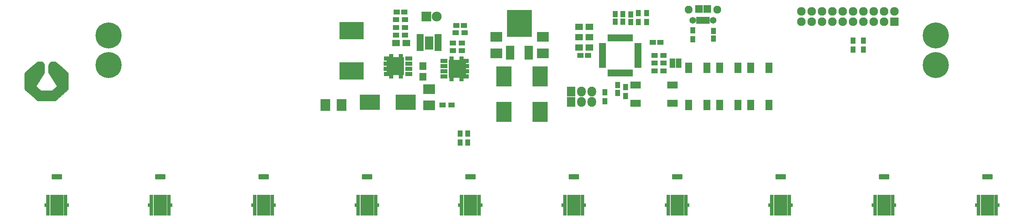
<source format=gts>
G04 #@! TF.FileFunction,Soldermask,Top*
%FSLAX45Y45*%
G04 Gerber Fmt 4.5, Leading zero omitted, Abs format (unit mm)*
G04 Created by KiCad (PCBNEW 4.0.1-stable) date 3/8/2016 22:23:00*
%MOMM*%
G01*
G04 APERTURE LIST*
%ADD10C,0.254000*%
%ADD11C,0.100000*%
%ADD12R,1.150000X1.600000*%
%ADD13R,2.900000X2.400000*%
%ADD14R,1.600000X1.150000*%
%ADD15R,1.900000X1.650000*%
%ADD16R,2.400000X2.900000*%
%ADD17R,3.699460X4.900880*%
%ADD18R,3.699460X4.898340*%
%ADD19R,1.400000X1.200000*%
%ADD20R,4.900880X3.699460*%
%ADD21R,4.898340X3.699460*%
%ADD22R,0.900000X5.200000*%
%ADD23R,3.182000X5.200000*%
%ADD24R,0.850000X0.900000*%
%ADD25R,2.127200X2.432000*%
%ADD26O,2.127200X2.432000*%
%ADD27R,0.800000X1.750000*%
%ADD28C,1.650000*%
%ADD29C,1.950000*%
%ADD30R,1.950000X1.900000*%
%ADD31R,2.127200X2.127200*%
%ADD32O,2.127200X2.127200*%
%ADD33C,6.400000*%
%ADD34R,2.432000X2.432000*%
%ADD35O,2.432000X2.432000*%
%ADD36R,5.900000X4.250000*%
%ADD37R,1.670000X1.010000*%
%ADD38R,1.420000X1.010000*%
%ADD39R,1.000000X1.670000*%
%ADD40R,4.210000X4.500000*%
%ADD41R,1.300000X1.600000*%
%ADD42R,1.600000X1.300000*%
%ADD43R,1.700000X1.900000*%
%ADD44R,2.500000X1.780000*%
%ADD45R,1.780000X2.500000*%
%ADD46R,1.800000X0.700000*%
%ADD47R,2.050000X3.250000*%
%ADD48R,1.700000X0.650000*%
%ADD49R,0.650000X1.700000*%
%ADD50R,2.000000X3.400000*%
%ADD51R,6.200000X6.600000*%
G04 APERTURE END LIST*
D10*
D11*
G36*
X2823113Y-7555177D02*
X2818852Y-7564733D01*
X2814590Y-7574289D01*
X2666663Y-7708402D01*
X2518736Y-7842515D01*
X2509657Y-7846084D01*
X2500577Y-7849654D01*
X2288646Y-7849621D01*
X2076715Y-7849587D01*
X2068112Y-7846245D01*
X2065239Y-7845108D01*
X2062670Y-7844050D01*
X2060585Y-7843151D01*
X2059166Y-7842486D01*
X2058634Y-7842180D01*
X2058180Y-7841779D01*
X2056962Y-7840700D01*
X2055008Y-7838965D01*
X2052345Y-7836601D01*
X2049001Y-7833630D01*
X2045004Y-7830078D01*
X2040379Y-7825968D01*
X2035156Y-7821326D01*
X2029361Y-7816175D01*
X2023022Y-7810539D01*
X2016166Y-7804444D01*
X2008820Y-7797913D01*
X2001012Y-7790970D01*
X1992770Y-7783641D01*
X1984120Y-7775949D01*
X1975089Y-7767919D01*
X1965707Y-7759575D01*
X1955999Y-7750942D01*
X1945993Y-7742043D01*
X1935716Y-7732903D01*
X1925197Y-7723547D01*
X1914462Y-7713999D01*
X1907693Y-7707979D01*
X1757627Y-7574501D01*
X1753261Y-7564843D01*
X1748896Y-7555185D01*
X1748922Y-7364946D01*
X1748947Y-7174706D01*
X1753287Y-7165128D01*
X1757627Y-7155550D01*
X1908517Y-7022315D01*
X2059406Y-6889080D01*
X2068290Y-6885711D01*
X2077173Y-6882342D01*
X2125627Y-6882360D01*
X2174081Y-6882378D01*
X2185444Y-6888875D01*
X2196807Y-6895373D01*
X2216225Y-6927883D01*
X2235643Y-6960394D01*
X2237538Y-6967116D01*
X2239433Y-6973838D01*
X2239426Y-7062895D01*
X2239418Y-7151952D01*
X2237374Y-7158831D01*
X2235329Y-7165710D01*
X2136406Y-7322873D01*
X2128957Y-7334707D01*
X2121647Y-7346321D01*
X2114495Y-7357683D01*
X2107523Y-7368760D01*
X2100750Y-7379520D01*
X2094197Y-7389930D01*
X2087885Y-7399957D01*
X2081835Y-7409569D01*
X2076066Y-7418733D01*
X2070600Y-7427417D01*
X2065457Y-7435587D01*
X2060657Y-7443212D01*
X2056221Y-7450259D01*
X2052170Y-7456695D01*
X2048523Y-7462487D01*
X2045303Y-7467603D01*
X2042528Y-7472010D01*
X2040220Y-7475676D01*
X2038399Y-7478568D01*
X2037086Y-7480653D01*
X2036300Y-7481900D01*
X2036073Y-7482261D01*
X2034662Y-7484486D01*
X2095037Y-7541660D01*
X2155411Y-7598833D01*
X2288912Y-7598833D01*
X2422414Y-7598833D01*
X2480281Y-7544008D01*
X2486928Y-7537709D01*
X2493390Y-7531585D01*
X2499623Y-7525679D01*
X2505581Y-7520030D01*
X2511221Y-7514683D01*
X2516499Y-7509678D01*
X2521371Y-7505057D01*
X2525792Y-7500863D01*
X2529718Y-7497137D01*
X2533105Y-7493921D01*
X2535910Y-7491257D01*
X2538087Y-7489187D01*
X2539593Y-7487752D01*
X2540383Y-7486995D01*
X2540450Y-7486930D01*
X2542752Y-7484678D01*
X2439760Y-7325238D01*
X2336768Y-7165798D01*
X2334667Y-7158777D01*
X2332567Y-7151756D01*
X2332567Y-7062860D01*
X2332567Y-6973965D01*
X2334856Y-6966599D01*
X2337145Y-6959232D01*
X2358782Y-6927563D01*
X2362348Y-6922350D01*
X2365759Y-6917371D01*
X2368967Y-6912699D01*
X2371921Y-6908407D01*
X2374572Y-6904567D01*
X2376868Y-6901251D01*
X2378761Y-6898531D01*
X2380200Y-6896480D01*
X2381135Y-6895170D01*
X2381496Y-6894694D01*
X2382268Y-6894104D01*
X2383830Y-6893118D01*
X2386030Y-6891826D01*
X2388718Y-6890315D01*
X2391741Y-6888673D01*
X2393156Y-6887923D01*
X2403740Y-6882352D01*
X2452158Y-6882351D01*
X2500577Y-6882350D01*
X2509679Y-6885918D01*
X2518780Y-6889485D01*
X2666576Y-7022506D01*
X2814373Y-7155526D01*
X2818721Y-7165116D01*
X2823069Y-7174706D01*
X2823091Y-7364942D01*
X2823113Y-7555177D01*
X2823113Y-7555177D01*
X2823113Y-7555177D01*
G37*
X2823113Y-7555177D02*
X2818852Y-7564733D01*
X2814590Y-7574289D01*
X2666663Y-7708402D01*
X2518736Y-7842515D01*
X2509657Y-7846084D01*
X2500577Y-7849654D01*
X2288646Y-7849621D01*
X2076715Y-7849587D01*
X2068112Y-7846245D01*
X2065239Y-7845108D01*
X2062670Y-7844050D01*
X2060585Y-7843151D01*
X2059166Y-7842486D01*
X2058634Y-7842180D01*
X2058180Y-7841779D01*
X2056962Y-7840700D01*
X2055008Y-7838965D01*
X2052345Y-7836601D01*
X2049001Y-7833630D01*
X2045004Y-7830078D01*
X2040379Y-7825968D01*
X2035156Y-7821326D01*
X2029361Y-7816175D01*
X2023022Y-7810539D01*
X2016166Y-7804444D01*
X2008820Y-7797913D01*
X2001012Y-7790970D01*
X1992770Y-7783641D01*
X1984120Y-7775949D01*
X1975089Y-7767919D01*
X1965707Y-7759575D01*
X1955999Y-7750942D01*
X1945993Y-7742043D01*
X1935716Y-7732903D01*
X1925197Y-7723547D01*
X1914462Y-7713999D01*
X1907693Y-7707979D01*
X1757627Y-7574501D01*
X1753261Y-7564843D01*
X1748896Y-7555185D01*
X1748922Y-7364946D01*
X1748947Y-7174706D01*
X1753287Y-7165128D01*
X1757627Y-7155550D01*
X1908517Y-7022315D01*
X2059406Y-6889080D01*
X2068290Y-6885711D01*
X2077173Y-6882342D01*
X2125627Y-6882360D01*
X2174081Y-6882378D01*
X2185444Y-6888875D01*
X2196807Y-6895373D01*
X2216225Y-6927883D01*
X2235643Y-6960394D01*
X2237538Y-6967116D01*
X2239433Y-6973838D01*
X2239426Y-7062895D01*
X2239418Y-7151952D01*
X2237374Y-7158831D01*
X2235329Y-7165710D01*
X2136406Y-7322873D01*
X2128957Y-7334707D01*
X2121647Y-7346321D01*
X2114495Y-7357683D01*
X2107523Y-7368760D01*
X2100750Y-7379520D01*
X2094197Y-7389930D01*
X2087885Y-7399957D01*
X2081835Y-7409569D01*
X2076066Y-7418733D01*
X2070600Y-7427417D01*
X2065457Y-7435587D01*
X2060657Y-7443212D01*
X2056221Y-7450259D01*
X2052170Y-7456695D01*
X2048523Y-7462487D01*
X2045303Y-7467603D01*
X2042528Y-7472010D01*
X2040220Y-7475676D01*
X2038399Y-7478568D01*
X2037086Y-7480653D01*
X2036300Y-7481900D01*
X2036073Y-7482261D01*
X2034662Y-7484486D01*
X2095037Y-7541660D01*
X2155411Y-7598833D01*
X2288912Y-7598833D01*
X2422414Y-7598833D01*
X2480281Y-7544008D01*
X2486928Y-7537709D01*
X2493390Y-7531585D01*
X2499623Y-7525679D01*
X2505581Y-7520030D01*
X2511221Y-7514683D01*
X2516499Y-7509678D01*
X2521371Y-7505057D01*
X2525792Y-7500863D01*
X2529718Y-7497137D01*
X2533105Y-7493921D01*
X2535910Y-7491257D01*
X2538087Y-7489187D01*
X2539593Y-7487752D01*
X2540383Y-7486995D01*
X2540450Y-7486930D01*
X2542752Y-7484678D01*
X2439760Y-7325238D01*
X2336768Y-7165798D01*
X2334667Y-7158777D01*
X2332567Y-7151756D01*
X2332567Y-7062860D01*
X2332567Y-6973965D01*
X2334856Y-6966599D01*
X2337145Y-6959232D01*
X2358782Y-6927563D01*
X2362348Y-6922350D01*
X2365759Y-6917371D01*
X2368967Y-6912699D01*
X2371921Y-6908407D01*
X2374572Y-6904567D01*
X2376868Y-6901251D01*
X2378761Y-6898531D01*
X2380200Y-6896480D01*
X2381135Y-6895170D01*
X2381496Y-6894694D01*
X2382268Y-6894104D01*
X2383830Y-6893118D01*
X2386030Y-6891826D01*
X2388718Y-6890315D01*
X2391741Y-6888673D01*
X2393156Y-6887923D01*
X2403740Y-6882352D01*
X2452158Y-6882351D01*
X2500577Y-6882350D01*
X2509679Y-6885918D01*
X2518780Y-6889485D01*
X2666576Y-7022506D01*
X2814373Y-7155526D01*
X2818721Y-7165116D01*
X2823069Y-7174706D01*
X2823091Y-7364942D01*
X2823113Y-7555177D01*
X2823113Y-7555177D01*
D12*
X18669000Y-6128000D03*
X18669000Y-6318000D03*
D13*
X13335000Y-6677000D03*
X13335000Y-6277000D03*
X14478000Y-6677000D03*
X14478000Y-6277000D03*
D12*
X16446500Y-5905500D03*
X16446500Y-5715500D03*
D14*
X15589000Y-6731000D03*
X15399000Y-6731000D03*
D12*
X16256000Y-5905000D03*
X16256000Y-5715000D03*
D15*
X15619000Y-6540500D03*
X15369000Y-6540500D03*
D16*
X9134500Y-7950200D03*
X9534500Y-7950200D03*
D14*
X17177000Y-6413500D03*
X17367000Y-6413500D03*
D12*
X16319500Y-7461500D03*
X16319500Y-7651500D03*
D14*
X11080500Y-5664200D03*
X10890500Y-5664200D03*
D15*
X15369000Y-6032500D03*
X15619000Y-6032500D03*
D12*
X16637000Y-5911600D03*
X16637000Y-5721600D03*
D14*
X12541000Y-5994400D03*
X12351000Y-5994400D03*
D15*
X11123200Y-6426200D03*
X10873200Y-6426200D03*
D13*
X11684000Y-7959700D03*
X11684000Y-7559700D03*
D17*
X13525500Y-7243572D03*
D18*
X13525500Y-8123428D03*
D17*
X14414500Y-7243572D03*
D18*
X14414500Y-8123428D03*
D19*
X17666900Y-6976500D03*
X17666900Y-6866500D03*
X17816900Y-6866500D03*
X17816900Y-6976500D03*
D20*
X11107928Y-7886700D03*
D21*
X10228072Y-7886700D03*
D22*
X2755000Y-10414000D03*
X2325000Y-10414000D03*
D23*
X2540000Y-10414000D03*
D24*
X2800000Y-10414000D03*
X2280000Y-10414000D03*
D22*
X5295000Y-10414000D03*
X4865000Y-10414000D03*
D23*
X5080000Y-10414000D03*
D24*
X5340000Y-10414000D03*
X4820000Y-10414000D03*
D22*
X7835000Y-10414000D03*
X7405000Y-10414000D03*
D23*
X7620000Y-10414000D03*
D24*
X7880000Y-10414000D03*
X7360000Y-10414000D03*
D22*
X10375000Y-10414000D03*
X9945000Y-10414000D03*
D23*
X10160000Y-10414000D03*
D24*
X10420000Y-10414000D03*
X9900000Y-10414000D03*
D22*
X12915000Y-10414000D03*
X12485000Y-10414000D03*
D23*
X12700000Y-10414000D03*
D24*
X12960000Y-10414000D03*
X12440000Y-10414000D03*
D22*
X15455000Y-10414000D03*
X15025000Y-10414000D03*
D23*
X15240000Y-10414000D03*
D24*
X15500000Y-10414000D03*
X14980000Y-10414000D03*
D22*
X17995000Y-10414000D03*
X17565000Y-10414000D03*
D23*
X17780000Y-10414000D03*
D24*
X18040000Y-10414000D03*
X17520000Y-10414000D03*
D22*
X20535000Y-10414000D03*
X20105000Y-10414000D03*
D23*
X20320000Y-10414000D03*
D24*
X20580000Y-10414000D03*
X20060000Y-10414000D03*
D22*
X23075000Y-10414000D03*
X22645000Y-10414000D03*
D23*
X22860000Y-10414000D03*
D24*
X23120000Y-10414000D03*
X22600000Y-10414000D03*
D22*
X25615000Y-10414000D03*
X25185000Y-10414000D03*
D23*
X25400000Y-10414000D03*
D24*
X25660000Y-10414000D03*
X25140000Y-10414000D03*
D15*
X15619000Y-6286500D03*
X15369000Y-6286500D03*
D25*
X15176500Y-7874000D03*
D26*
X15430500Y-7874000D03*
X15684500Y-7874000D03*
D25*
X15176500Y-7620000D03*
D26*
X15430500Y-7620000D03*
X15684500Y-7620000D03*
D27*
X18545090Y-5871254D03*
X18480090Y-5871254D03*
X18415090Y-5871254D03*
X18350090Y-5871254D03*
X18285090Y-5871254D03*
D28*
X18665090Y-5871254D03*
X18165090Y-5871254D03*
D29*
X18765090Y-5601254D03*
X18065090Y-5601254D03*
D30*
X18515000Y-5590000D03*
X18315000Y-5590000D03*
D31*
X23114000Y-5905500D03*
D32*
X23114000Y-5651500D03*
X22860000Y-5905500D03*
X22860000Y-5651500D03*
X22606000Y-5905500D03*
X22606000Y-5651500D03*
X22352000Y-5905500D03*
X22352000Y-5651500D03*
X22098000Y-5905500D03*
X22098000Y-5651500D03*
X21844000Y-5905500D03*
X21844000Y-5651500D03*
X21590000Y-5905500D03*
X21590000Y-5651500D03*
X21336000Y-5905500D03*
X21336000Y-5651500D03*
X21082000Y-5905500D03*
X21082000Y-5651500D03*
X20828000Y-5905500D03*
X20828000Y-5651500D03*
D33*
X3810000Y-6244000D03*
X3810000Y-6964000D03*
X24130000Y-6244000D03*
X24130000Y-6964000D03*
D34*
X11620500Y-5778500D03*
D35*
X11874500Y-5778500D03*
D36*
X9779000Y-6119200D03*
X9779000Y-7114200D03*
D37*
X11189000Y-7188200D03*
X11189000Y-7061200D03*
X11189000Y-6934200D03*
X11189000Y-6807200D03*
D38*
X10642500Y-7188200D03*
D37*
X10655000Y-7061200D03*
X10655000Y-6934200D03*
D38*
X10642500Y-6807200D03*
D39*
X10753000Y-7214700D03*
X10995500Y-7214700D03*
X10753000Y-6780700D03*
X10995500Y-6780700D03*
D40*
X10853000Y-6997700D03*
D37*
X12046500Y-6870700D03*
X12046500Y-6997700D03*
X12046500Y-7124700D03*
X12046500Y-7251700D03*
D38*
X12593000Y-6870700D03*
D37*
X12580500Y-6997700D03*
X12580500Y-7124700D03*
D38*
X12593000Y-7251700D03*
D39*
X12482500Y-6844200D03*
X12240000Y-6844200D03*
X12482500Y-7278200D03*
X12240000Y-7278200D03*
D40*
X12382500Y-7061200D03*
D41*
X22098000Y-6587000D03*
X22098000Y-6367000D03*
X22352000Y-6367000D03*
X22352000Y-6587000D03*
X18161000Y-6333000D03*
X18161000Y-6113000D03*
X16002000Y-7637000D03*
X16002000Y-7857000D03*
X16510000Y-7730000D03*
X16510000Y-7510000D03*
D42*
X11095500Y-6045200D03*
X10875500Y-6045200D03*
X10875500Y-6235700D03*
X11095500Y-6235700D03*
D41*
X12446000Y-8653000D03*
X12446000Y-8873000D03*
D42*
X11095500Y-5854700D03*
X10875500Y-5854700D03*
D41*
X16827500Y-5913900D03*
X16827500Y-5693900D03*
D42*
X12336000Y-6172200D03*
X12556000Y-6172200D03*
D41*
X17030700Y-5913900D03*
X17030700Y-5693900D03*
D42*
X17225500Y-7112000D03*
X17445500Y-7112000D03*
X17445500Y-6921500D03*
X17225500Y-6921500D03*
X17445500Y-6731000D03*
X17225500Y-6731000D03*
D43*
X11531600Y-6989700D03*
X11531600Y-7259700D03*
D42*
X12238500Y-7950200D03*
X12018500Y-7950200D03*
X12272500Y-6426200D03*
X12492500Y-6426200D03*
X12272500Y-6616700D03*
X12492500Y-6616700D03*
D41*
X12636500Y-8653000D03*
X12636500Y-8873000D03*
D44*
X17663500Y-7908500D03*
X16753500Y-7908500D03*
X17663500Y-7458500D03*
X16753500Y-7458500D03*
D45*
X18063000Y-7948000D03*
X18063000Y-7038000D03*
X18513000Y-7948000D03*
X18513000Y-7038000D03*
X18825000Y-7948000D03*
X18825000Y-7038000D03*
X19275000Y-7948000D03*
X19275000Y-7038000D03*
X19587000Y-7948000D03*
X19587000Y-7038000D03*
X20037000Y-7948000D03*
X20037000Y-7038000D03*
D46*
X11904000Y-6591200D03*
X11904000Y-6541200D03*
X11904000Y-6491200D03*
X11904000Y-6441200D03*
X11904000Y-6391200D03*
X11464000Y-6391200D03*
X11464000Y-6441200D03*
X11464000Y-6491200D03*
X11464000Y-6541200D03*
X11464000Y-6591200D03*
X11904000Y-6341200D03*
X11904000Y-6291200D03*
X11904000Y-6241200D03*
X11464000Y-6341200D03*
X11464000Y-6291200D03*
X11464000Y-6241200D03*
D47*
X11684000Y-6426200D03*
D48*
X15948000Y-6456000D03*
X15948000Y-6506000D03*
X15948000Y-6556000D03*
X15948000Y-6606000D03*
X15948000Y-6656000D03*
X15948000Y-6706000D03*
X15948000Y-6756000D03*
X15948000Y-6806000D03*
X15948000Y-6856000D03*
X15948000Y-6906000D03*
X15948000Y-6956000D03*
X15948000Y-7006000D03*
D49*
X16108000Y-7166000D03*
X16158000Y-7166000D03*
X16208000Y-7166000D03*
X16258000Y-7166000D03*
X16308000Y-7166000D03*
X16358000Y-7166000D03*
X16408000Y-7166000D03*
X16458000Y-7166000D03*
X16508000Y-7166000D03*
X16558000Y-7166000D03*
X16608000Y-7166000D03*
X16658000Y-7166000D03*
D48*
X16818000Y-7006000D03*
X16818000Y-6956000D03*
X16818000Y-6906000D03*
X16818000Y-6856000D03*
X16818000Y-6806000D03*
X16818000Y-6756000D03*
X16818000Y-6706000D03*
X16818000Y-6656000D03*
X16818000Y-6606000D03*
X16818000Y-6556000D03*
X16818000Y-6506000D03*
X16818000Y-6456000D03*
D49*
X16658000Y-6296000D03*
X16608000Y-6296000D03*
X16558000Y-6296000D03*
X16508000Y-6296000D03*
X16458000Y-6296000D03*
X16408000Y-6296000D03*
X16358000Y-6296000D03*
X16308000Y-6296000D03*
X16258000Y-6296000D03*
X16208000Y-6296000D03*
X16158000Y-6296000D03*
X16108000Y-6296000D03*
D50*
X13677900Y-6662000D03*
D51*
X13906500Y-5944000D03*
D50*
X14135100Y-6662000D03*
D10*
G36*
X12814300Y-9766300D02*
X12585700Y-9766300D01*
X12585700Y-9664700D01*
X12814300Y-9664700D01*
X12814300Y-9766300D01*
X12814300Y-9766300D01*
G37*
X12814300Y-9766300D02*
X12585700Y-9766300D01*
X12585700Y-9664700D01*
X12814300Y-9664700D01*
X12814300Y-9766300D01*
G36*
X15354300Y-9766300D02*
X15125700Y-9766300D01*
X15125700Y-9664700D01*
X15354300Y-9664700D01*
X15354300Y-9766300D01*
X15354300Y-9766300D01*
G37*
X15354300Y-9766300D02*
X15125700Y-9766300D01*
X15125700Y-9664700D01*
X15354300Y-9664700D01*
X15354300Y-9766300D01*
G36*
X17894300Y-9766300D02*
X17665700Y-9766300D01*
X17665700Y-9664700D01*
X17894300Y-9664700D01*
X17894300Y-9766300D01*
X17894300Y-9766300D01*
G37*
X17894300Y-9766300D02*
X17665700Y-9766300D01*
X17665700Y-9664700D01*
X17894300Y-9664700D01*
X17894300Y-9766300D01*
G36*
X20434300Y-9766300D02*
X20205700Y-9766300D01*
X20205700Y-9664700D01*
X20434300Y-9664700D01*
X20434300Y-9766300D01*
X20434300Y-9766300D01*
G37*
X20434300Y-9766300D02*
X20205700Y-9766300D01*
X20205700Y-9664700D01*
X20434300Y-9664700D01*
X20434300Y-9766300D01*
G36*
X22974300Y-9766300D02*
X22745700Y-9766300D01*
X22745700Y-9664700D01*
X22974300Y-9664700D01*
X22974300Y-9766300D01*
X22974300Y-9766300D01*
G37*
X22974300Y-9766300D02*
X22745700Y-9766300D01*
X22745700Y-9664700D01*
X22974300Y-9664700D01*
X22974300Y-9766300D01*
G36*
X25514300Y-9766300D02*
X25285700Y-9766300D01*
X25285700Y-9664700D01*
X25514300Y-9664700D01*
X25514300Y-9766300D01*
X25514300Y-9766300D01*
G37*
X25514300Y-9766300D02*
X25285700Y-9766300D01*
X25285700Y-9664700D01*
X25514300Y-9664700D01*
X25514300Y-9766300D01*
G36*
X10274300Y-9766300D02*
X10045700Y-9766300D01*
X10045700Y-9664700D01*
X10274300Y-9664700D01*
X10274300Y-9766300D01*
X10274300Y-9766300D01*
G37*
X10274300Y-9766300D02*
X10045700Y-9766300D01*
X10045700Y-9664700D01*
X10274300Y-9664700D01*
X10274300Y-9766300D01*
G36*
X7734300Y-9766300D02*
X7505700Y-9766300D01*
X7505700Y-9664700D01*
X7734300Y-9664700D01*
X7734300Y-9766300D01*
X7734300Y-9766300D01*
G37*
X7734300Y-9766300D02*
X7505700Y-9766300D01*
X7505700Y-9664700D01*
X7734300Y-9664700D01*
X7734300Y-9766300D01*
G36*
X5194300Y-9766300D02*
X4965700Y-9766300D01*
X4965700Y-9664700D01*
X5194300Y-9664700D01*
X5194300Y-9766300D01*
X5194300Y-9766300D01*
G37*
X5194300Y-9766300D02*
X4965700Y-9766300D01*
X4965700Y-9664700D01*
X5194300Y-9664700D01*
X5194300Y-9766300D01*
G36*
X2654300Y-9765675D02*
X2425700Y-9765675D01*
X2425700Y-9664075D01*
X2654300Y-9664075D01*
X2654300Y-9765675D01*
X2654300Y-9765675D01*
G37*
X2654300Y-9765675D02*
X2425700Y-9765675D01*
X2425700Y-9664075D01*
X2654300Y-9664075D01*
X2654300Y-9765675D01*
M02*

</source>
